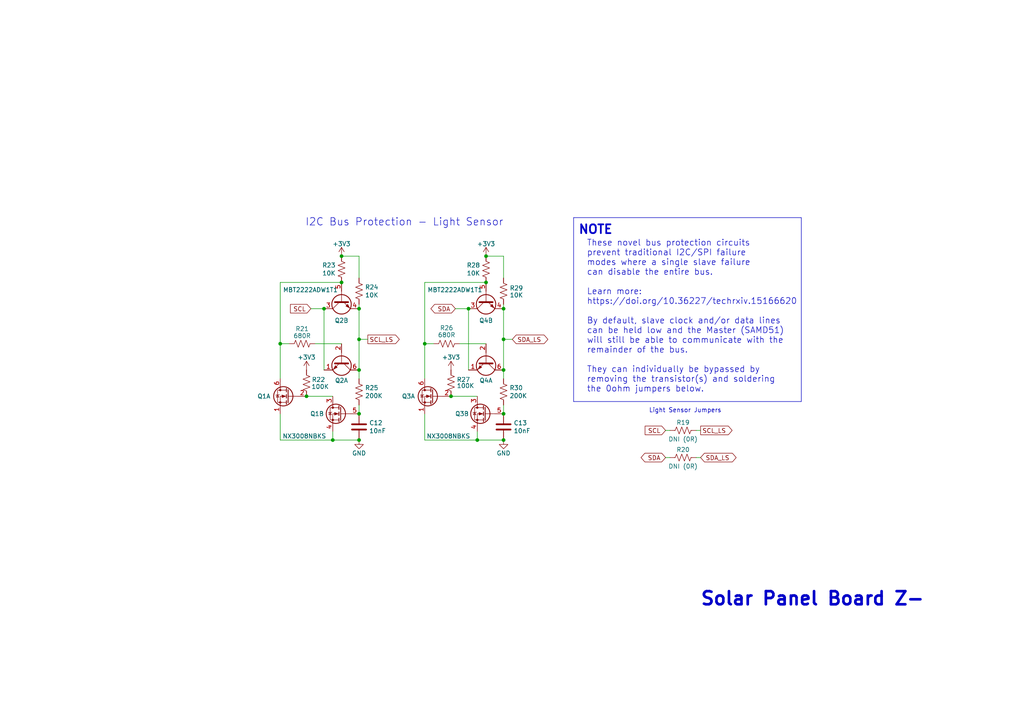
<source format=kicad_sch>
(kicad_sch (version 20230121) (generator eeschema)
  (paper "A4")
  (title_block (title "PyCubed Mini") (date "2023-06-18") (rev "B3/03") (company "REx Lab Carnegie Mellon University") (comment 1 "Z.Manchester") (comment 2 "N.Khera") (comment 3 "M.Holliday"))
  (lib_symbols
    (symbol "Device:C" (pin_numbers hide) (pin_names (offset 0.254))
      (property "Reference" "C" (at 0.635 2.54 0))
      (property "Value" "C" (at 0.635 -2.54 0))
      (symbol "C_0_1"
        (polyline (pts (xy -2.032 -0.762) (xy 2.032 -0.762)) (stroke (width 0.508)))
        (polyline (pts (xy -2.032 0.762) (xy 2.032 0.762)) (stroke (width 0.508)))
      )
      (symbol "C_1_1"
        (pin passive line (at 0 3.81 270) (length 2.794) (name "~") (number "1"))
        (pin passive line (at 0 -3.81 90) (length 2.794) (name "~") (number "2"))
      )
    )
    (symbol "Device:R_US" (pin_numbers hide) (pin_names (offset 0))
      (property "Reference" "R" (at 2.54 0 90))
      (property "Value" "R_US" (at -2.54 0 90))
      (symbol "R_US_0_1"
        (polyline (pts (xy 0 -2.286) (xy 0 -2.54)))
        (polyline (pts (xy 0 2.286) (xy 0 2.54)))
        (polyline (pts (xy 0 -0.762) (xy 1.016 -1.143) (xy 0 -1.524) (xy -1.016 -1.905) (xy 0 -2.286)))
        (polyline (pts (xy 0 0.762) (xy 1.016 0.381) (xy 0 0) (xy -1.016 -0.381) (xy 0 -0.762)))
        (polyline (pts (xy 0 2.286) (xy 1.016 1.905) (xy 0 1.524) (xy -1.016 1.143) (xy 0 0.762)))
      )
      (symbol "R_US_1_1"
        (pin passive line (at 0 3.81 270) (length 1.27) (name "~") (number "1"))
        (pin passive line (at 0 -3.81 90) (length 1.27) (name "~") (number "2"))
      )
    )
    (symbol "Transistor_BJT:MBT2222ADW1T1" (pin_names (offset 0) hide)
      (property "Reference" "Q" (at 5.08 1.27 0))
      (property "Value" "MBT2222ADW1T1" (at 5.08 -1.27 0))
      (symbol "MBT2222ADW1T1_0_1"
        (polyline (pts (xy 0.635 0) (xy -2.54 0)))
        (polyline (pts (xy 0.635 0.635) (xy 2.54 2.54)))
        (polyline (pts (xy 0.635 -0.635) (xy 2.54 -2.54) (xy 2.54 -2.54)))
        (polyline (pts (xy 0.635 1.905) (xy 0.635 -1.905) (xy 0.635 -1.905)) (stroke (width 0.508)))
        (polyline (pts (xy 1.27 -1.778) (xy 1.778 -1.27) (xy 2.286 -2.286) (xy 1.27 -1.778) (xy 1.27 -1.778)) (fill (type outline)))
        (circle (center 1.27 0) (radius 2.8194) (stroke (width 0.254)))
      )
      (symbol "MBT2222ADW1T1_1_1"
        (pin passive line (at 2.54 -5.08 90) (length 2.54) (name "E1") (number "1"))
        (pin input line (at -5.08 0 0) (length 2.54) (name "B1") (number "2"))
        (pin passive line (at 2.54 5.08 270) (length 2.54) (name "C1") (number "6"))
      )
      (symbol "MBT2222ADW1T1_2_1"
        (pin passive line (at 2.54 5.08 270) (length 2.54) (name "C2") (number "3"))
        (pin passive line (at 2.54 -5.08 90) (length 2.54) (name "E2") (number "4"))
        (pin input line (at -5.08 0 0) (length 2.54) (name "B2") (number "5"))
      )
    )
    (symbol "mainboard:NX3008NBKS" (pin_names (offset 0.762) hide)
      (property "Reference" "Q" (at 5.08 1.27 0))
      (property "Value" "NX3008NBKS" (at 5.08 -1.27 0))
      (symbol "NX3008NBKS_1_1"
        (polyline (pts (xy -1.016 0) (xy -3.81 0)))
        (polyline (pts (xy -1.016 1.905) (xy -1.016 -1.905)) (stroke (width 0.254)))
        (polyline (pts (xy -0.508 -1.27) (xy -0.508 -2.286)) (stroke (width 0.254)))
        (polyline (pts (xy -0.508 0.508) (xy -0.508 -0.508)) (stroke (width 0.254)))
        (polyline (pts (xy -0.508 2.286) (xy -0.508 1.27)) (stroke (width 0.254)))
        (polyline (pts (xy 1.27 2.54) (xy 1.27 1.778)))
        (polyline (pts (xy 1.27 -2.54) (xy 1.27 0) (xy -0.508 0)))
        (polyline (pts (xy -0.508 -1.778) (xy 2.032 -1.778) (xy 2.032 1.778) (xy -0.508 1.778)))
        (polyline (pts (xy -0.254 0) (xy 0.762 0.381) (xy 0.762 -0.381) (xy -0.254 0)) (fill (type outline)))
        (polyline (pts (xy 1.524 0.508) (xy 1.651 0.381) (xy 2.413 0.381) (xy 2.54 0.254)))
        (polyline (pts (xy 2.032 0.381) (xy 1.651 -0.254) (xy 2.413 -0.254) (xy 2.032 0.381)))
        (circle (center 0.381 0) (radius 2.794) (stroke (width 0.254)))
        (circle (center 1.27 -1.778) (radius 0.254) (fill (type outline)))
        (circle (center 1.27 1.778) (radius 0.254) (fill (type outline)))
        (pin passive line (at 1.27 -5.08 90) (length 2.54) (name "S2") (number "1"))
        (pin input line (at -6.35 0 0) (length 2.54) (name "G2") (number "2"))
        (pin passive line (at 1.27 5.08 270) (length 2.54) (name "D1") (number "6"))
      )
      (symbol "NX3008NBKS_2_1"
        (polyline (pts (xy -1.016 0) (xy -3.81 0)))
        (polyline (pts (xy -1.016 1.905) (xy -1.016 -1.905)) (stroke (width 0.254)))
        (polyline (pts (xy -0.508 -1.27) (xy -0.508 -2.286)) (stroke (width 0.254)))
        (polyline (pts (xy -0.508 0.508) (xy -0.508 -0.508)) (stroke (width 0.254)))
        (polyline (pts (xy -0.508 2.286) (xy -0.508 1.27)) (stroke (width 0.254)))
        (polyline (pts (xy 1.27 2.54) (xy 1.27 1.778)))
        (polyline (pts (xy 1.27 -2.54) (xy 1.27 0) (xy -0.508 0)))
        (polyline (pts (xy -0.508 -1.778) (xy 2.032 -1.778) (xy 2.032 1.778) (xy -0.508 1.778)))
        (polyline (pts (xy -0.254 0) (xy 0.762 0.381) (xy 0.762 -0.381) (xy -0.254 0)) (fill (type outline)))
        (polyline (pts (xy 1.524 0.508) (xy 1.651 0.381) (xy 2.413 0.381) (xy 2.54 0.254)))
        (polyline (pts (xy 2.032 0.381) (xy 1.651 -0.254) (xy 2.413 -0.254) (xy 2.032 0.381)))
        (circle (center 0.381 0) (radius 2.794) (stroke (width 0.254)))
        (circle (center 1.27 -1.778) (radius 0.254) (fill (type outline)))
        (circle (center 1.27 1.778) (radius 0.254) (fill (type outline)))
        (pin passive line (at 1.27 5.08 270) (length 2.54) (name "D2") (number "3"))
        (pin passive line (at 1.27 -5.08 90) (length 2.54) (name "S1") (number "4"))
        (pin input line (at -6.35 0 0) (length 2.54) (name "G1") (number "5"))
      )
    )
    (symbol "power:+3V3" (power) (pin_names (offset 0))
      (property "Value" "+3V3" (at 0 3.556 0))
      (symbol "+3V3_0_1"
        (polyline (pts (xy -0.762 1.27) (xy 0 2.54)))
        (polyline (pts (xy 0 0) (xy 0 2.54)))
        (polyline (pts (xy 0 2.54) (xy 0.762 1.27)))
      )
      (symbol "+3V3_1_1"
        (pin power_in line (at 0 0 90) (length 0) hide (name "+3V3") (number "1"))
      )
    )
    (symbol "power:GND" (power) (pin_names (offset 0))
      (property "Value" "GND" (at 0 -3.81 0))
      (symbol "GND_0_1"
        (polyline (pts (xy 0 0) (xy 0 -1.27) (xy 1.27 -1.27) (xy 0 -2.54) (xy -1.27 -1.27) (xy 0 -1.27)))
      )
      (symbol "GND_1_1"
        (pin power_in line (at 0 0 270) (length 0) hide (name "GND") (number "1"))
      )
    )
  )
  (junction (at 96.52 127.635))
  (junction (at 140.97 81.915))
  (junction (at 123.19 99.695))
  (junction (at 88.9 114.935))
  (junction (at 146.05 89.535))
  (junction (at 146.05 120.015))
  (junction (at 138.43 127.635))
  (junction (at 93.98 89.535))
  (junction (at 104.14 98.425))
  (junction (at 81.28 99.695))
  (junction (at 135.89 89.535))
  (junction (at 146.05 98.425))
  (junction (at 99.06 81.915))
  (junction (at 146.05 127.635))
  (junction (at 104.14 120.015))
  (junction (at 130.81 114.935))
  (junction (at 140.97 74.295))
  (junction (at 146.05 107.315))
  (junction (at 99.06 74.295))
  (junction (at 104.14 107.315))
  (junction (at 104.14 89.535))
  (junction (at 104.14 127.635))
  (wire (pts (xy 146.05 74.295) (xy 140.97 74.295)))
  (wire (pts (xy 88.9 114.935) (xy 96.52 114.935)))
  (wire (pts (xy 104.14 80.645) (xy 104.14 74.295)))
  (wire (pts (xy 146.05 107.315) (xy 146.05 98.425)))
  (wire (pts (xy 140.97 99.695) (xy 133.35 99.695)))
  (wire (pts (xy 146.05 80.645) (xy 146.05 74.295)))
  (wire (pts (xy 132.08 89.535) (xy 135.89 89.535)))
  (wire (pts (xy 123.19 120.015) (xy 123.19 127.635)))
  (wire (pts (xy 146.05 117.475) (xy 146.05 120.015)))
  (wire (pts (xy 138.43 127.635) (xy 146.05 127.635)))
  (wire (pts (xy 104.14 98.425) (xy 104.14 89.535)))
  (wire (pts (xy 81.28 99.695) (xy 83.82 99.695)))
  (wire (pts (xy 193.04 132.715) (xy 194.31 132.715)))
  (wire (pts (xy 138.43 125.095) (xy 138.43 127.635)))
  (wire (pts (xy 81.28 81.915) (xy 99.06 81.915)))
  (wire (pts (xy 90.17 89.535) (xy 93.98 89.535)))
  (wire (pts (xy 104.14 117.475) (xy 104.14 120.015)))
  (wire (pts (xy 81.28 120.015) (xy 81.28 127.635)))
  (wire (pts (xy 96.52 125.095) (xy 96.52 127.635)))
  (wire (pts (xy 104.14 109.855) (xy 104.14 107.315)))
  (wire (pts (xy 104.14 74.295) (xy 99.06 74.295)))
  (wire (pts (xy 146.05 88.265) (xy 146.05 89.535)))
  (wire (pts (xy 104.14 107.315) (xy 104.14 98.425)))
  (wire (pts (xy 93.98 89.535) (xy 93.98 107.315)))
  (wire (pts (xy 81.28 109.855) (xy 81.28 99.695)))
  (wire (pts (xy 123.19 99.695) (xy 125.73 99.695)))
  (wire (pts (xy 106.68 98.425) (xy 104.14 98.425)))
  (wire (pts (xy 203.2 124.841) (xy 201.93 124.841)))
  (wire (pts (xy 203.2 132.715) (xy 201.93 132.715)))
  (wire (pts (xy 123.19 81.915) (xy 140.97 81.915)))
  (wire (pts (xy 104.14 88.265) (xy 104.14 89.535)))
  (polyline (pts (xy 166.37 63.119) (xy 166.37 116.459)))
  (polyline (pts (xy 166.37 116.459) (xy 232.41 116.459)))
  (wire (pts (xy 193.04 124.841) (xy 194.31 124.841)))
  (wire (pts (xy 123.19 127.635) (xy 138.43 127.635)))
  (polyline (pts (xy 232.41 63.119) (xy 166.37 63.119)))
  (wire (pts (xy 123.19 109.855) (xy 123.19 99.695)))
  (wire (pts (xy 96.52 127.635) (xy 104.14 127.635)))
  (wire (pts (xy 146.05 98.425) (xy 146.05 89.535)))
  (wire (pts (xy 81.28 99.695) (xy 81.28 81.915)))
  (polyline (pts (xy 232.41 116.459) (xy 232.41 63.119)))
  (wire (pts (xy 148.59 98.425) (xy 146.05 98.425)))
  (wire (pts (xy 123.19 99.695) (xy 123.19 81.915)))
  (wire (pts (xy 81.28 127.635) (xy 96.52 127.635)))
  (wire (pts (xy 99.06 99.695) (xy 91.44 99.695)))
  (wire (pts (xy 135.89 89.535) (xy 135.89 107.315)))
  (wire (pts (xy 130.81 114.935) (xy 138.43 114.935)))
  (wire (pts (xy 146.05 109.855) (xy 146.05 107.315)))
  (text "These novel bus protection circuits\nprevent traditional I2C/SPI failure \nmodes where a single slave failure\ncan disable the entire bus.\n\nLearn more: \nhttps://doi.org/10.36227/techrxiv.15166620\n\nBy default, slave clock and/or data lines \ncan be held low and the Master (SAMD51) \nwill still be able to communicate with the \nremainder of the bus.\n\nThey can individually be bypassed by \nremoving the transistor(s) and soldering\nthe 0ohm jumpers below." (at 170.18 113.919 0) (effects (font (size 1.7526 1.7526)) (justify left bottom)))
  (text "NOTE" (at 167.64 68.199 0) (effects (font (size 2.54 2.54) (thickness 0.508) bold) (justify left bottom)))
  (text "I2C Bus Protection - Light Sensor" (at 88.519 65.786 0) (effects (font (size 2.159 2.159)) (justify left bottom)))
  (text "Solar Panel Board Z-" (at 202.946 176.022 0) (effects (font (size 3.81 3.81) (thickness 0.762) bold) (justify left bottom)))
  (text "Light Sensor Jumpers" (at 188.214 119.888 0) (effects (font (size 1.27 1.27)) (justify left bottom)))
  (global_label "SCL" (shape input) (at 193.04 124.841 180) (property "Intersheetrefs" "${INTERSHEET_REFS}" (effects hide)))
  (global_label "SCL_LS" (shape output) (at 106.68 98.425 0) (property "Intersheetrefs" "${INTERSHEET_REFS}" (effects hide)))
  (global_label "SDA_LS" (shape bidirectional) (at 148.59 98.425 0) (property "Intersheetrefs" "${INTERSHEET_REFS}" (effects hide)))
  (global_label "SDA" (shape bidirectional) (at 132.08 89.535 180) (property "Intersheetrefs" "${INTERSHEET_REFS}" (effects hide)))
  (global_label "SDA_LS" (shape bidirectional) (at 203.2 132.715 0) (property "Intersheetrefs" "${INTERSHEET_REFS}" (effects hide)))
  (global_label "SCL_LS" (shape output) (at 203.2 124.841 0) (property "Intersheetrefs" "${INTERSHEET_REFS}" (effects hide)))
  (global_label "SDA" (shape bidirectional) (at 193.04 132.715 180) (property "Intersheetrefs" "${INTERSHEET_REFS}" (effects hide)))
  (global_label "SCL" (shape input) (at 90.17 89.535 180) (property "Intersheetrefs" "${INTERSHEET_REFS}" (effects hide)))
  (symbol (lib_id "mainboard:NX3008NBKS") (at 82.55 114.935 0) (mirror y) (unit 1)
    (property "Reference" "Q1" (at 78.486 114.935 0) (effects (justify left)))
    (property "Value" "NX3008NBKS" (at 94.615 126.492 0) (effects (justify left)))
    (property "Footprint" "Package_TO_SOT_SMD:SOT-363_SC-70-6" (effects hide))
    (property "Datasheet" "https://assets.nexperia.com/documents/data-sheet/NX3008NBKS.pdf" (effects hide))
    (property "Description" "Dual N-Channel MOSFET - 2NMOS" (effects hide))
    (property "Flight" "BSS138DWQ-7" (effects hide))
    (property "Manufacturer_Name" "Nexperia USA Inc." (effects hide))
    (property "Manufacturer_Part_Number" "NX3008NBKS" (effects hide))
  )
  (symbol (lib_id "Device:R_US") (at 104.14 113.665 0) (unit 1)
    (property "Reference" "R25" (at 105.8672 112.4966 0) (effects (justify left)))
    (property "Value" "200K" (at 105.8672 114.808 0) (effects (justify left)))
    (property "Footprint" "Resistor_SMD:R_0603_1608Metric" (effects hide))
    (property "Description" "200K 0603" (effects hide))
  )
  (symbol (lib_id "power:+3V3") (at 130.81 107.315 0) (unit 1)
    (property "Reference" "#PWR0111" (effects hide))
    (property "Value" "+3V3" (at 130.81 103.632 0))
    (instances (project "Solar-Panel-Z-" (path "" (reference "#PWR0111") (unit 1)) (path "" (reference "#PWR016") (unit 1))))
  )
  (symbol (lib_id "power:+3V3") (at 99.06 74.295 0) (unit 1)
    (property "Reference" "#PWR0107" (effects hide))
    (property "Value" "+3V3" (at 99.06 70.739 0))
    (instances (project "Solar-Panel-Z-" (path "" (reference "#PWR0107") (unit 1)) (path "" (reference "#PWR013") (unit 1))))
  )
  (symbol (lib_id "power:+3V3") (at 140.97 74.295 0) (unit 1)
    (property "Reference" "#PWR0106" (effects hide))
    (property "Value" "+3V3" (at 140.97 70.739 0))
    (instances (project "Solar-Panel-Z-" (path "" (reference "#PWR0106") (unit 1)) (path "" (reference "#PWR017") (unit 1))))
  )
  (symbol (lib_id "Device:R_US") (at 99.06 78.105 0) (unit 1)
    (property "Reference" "R23" (at 97.3582 76.9366 0) (effects (justify right)))
    (property "Value" "10K" (at 97.3582 79.248 0) (effects (justify right)))
    (property "Footprint" "Resistor_SMD:R_0603_1608Metric" (effects hide))
    (property "Description" "10K 0603" (effects hide))
  )
  (symbol (lib_id "Transistor_BJT:MBT2222ADW1T1") (at 140.97 104.775 270) (unit 1)
    (property "Reference" "Q4" (at 140.97 110.363 90))
    (property "Value" "MBT2222ADW1T1" (effects hide))
    (property "Footprint" "Package_TO_SOT_SMD:SOT-363_SC-70-6" (effects hide))
    (property "Datasheet" "http://www.onsemi.com/pub_link/Collateral/MBT2222ADW1T1-D.PDF" (effects hide))
    (property "Description" "Dual NPN BJT - 2NPN" (effects hide))
    (property "Flight" "MBT2222ADW1T1G" (effects hide))
    (property "Manufacturer_Name" "ON Semiconductor" (effects hide))
    (property "Manufacturer_Part_Number" "MBT2222ADW1T1G" (effects hide))
    (property "Proto" "MBT2222ADW1T1G" (effects hide))
  )
  (symbol (lib_id "Device:C") (at 146.05 123.825 0) (unit 1)
    (property "Reference" "C13" (at 148.971 122.682 0) (effects (justify left)))
    (property "Value" "10nF" (at 148.971 124.968 0) (effects (justify left)))
    (property "Footprint" "Capacitor_SMD:C_0603_1608Metric" (effects hide))
    (property "Description" "10nF +-10% 50V X7R" (effects hide))
  )
  (symbol (lib_id "Device:R_US") (at 130.81 111.125 0) (unit 1)
    (property "Reference" "R27" (at 132.461 110.109 0) (effects (justify left)))
    (property "Value" "100K" (at 132.461 111.887 0) (effects (justify left)))
    (property "Footprint" "Resistor_SMD:R_0603_1608Metric" (effects hide))
    (property "Description" "100K 0603" (effects hide))
  )
  (symbol (lib_id "Device:R_US") (at 198.12 132.715 270) (unit 1)
    (property "Reference" "R20" (at 198.12 130.429 90))
    (property "Value" "DNI (0R)" (at 198.12 135.255 90))
    (property "Footprint" "Resistor_SMD:R_0603_1608Metric" (effects hide))
    (property "DNI" "DNI" (effects hide))
    (property "Description" "0 0603" (effects hide))
  )
  (symbol (lib_id "mainboard:NX3008NBKS") (at 139.7 120.015 0) (mirror y) (unit 2)
    (property "Reference" "Q3" (at 136.017 120.015 0) (effects (justify left)))
    (property "Value" "NX3008NBKS" (effects hide))
    (property "Footprint" "Package_TO_SOT_SMD:SOT-363_SC-70-6" (effects hide))
    (property "Datasheet" "https://assets.nexperia.com/documents/data-sheet/NX3008NBKS.pdf" (effects hide))
    (property "Description" "Dual N-Channel MOSFET - 2NMOS" (effects hide))
    (property "Manufacturer_Name" "Nexperia USA Inc." (effects hide))
    (property "Manufacturer_Part_Number" "NX3008NBKS" (effects hide))
  )
  (symbol (lib_id "Transistor_BJT:MBT2222ADW1T1") (at 99.06 86.995 90) (mirror x) (unit 2)
    (property "Reference" "Q2" (at 99.06 92.964 90))
    (property "Value" "MBT2222ADW1T1" (at 90.043 84.074 90))
    (property "Footprint" "Package_TO_SOT_SMD:SOT-363_SC-70-6" (effects hide))
    (property "Datasheet" "http://www.onsemi.com/pub_link/Collateral/MBT2222ADW1T1-D.PDF" (effects hide))
    (property "Description" "Dual NPN BJT - 2NPN" (effects hide))
    (property "Flight" "MBT2222ADW1T1G" (effects hide))
    (property "Manufacturer_Name" "ON Semiconductor" (effects hide))
    (property "Manufacturer_Part_Number" "MBT2222ADW1T1G" (effects hide))
    (property "Proto" "MBT2222ADW1T1G" (effects hide))
  )
  (symbol (lib_id "mainboard:NX3008NBKS") (at 124.46 114.935 0) (mirror y) (unit 1)
    (property "Reference" "Q3" (at 120.396 114.935 0) (effects (justify left)))
    (property "Value" "NX3008NBKS" (at 136.398 126.492 0) (effects (justify left)))
    (property "Footprint" "Package_TO_SOT_SMD:SOT-363_SC-70-6" (effects hide))
    (property "Datasheet" "https://assets.nexperia.com/documents/data-sheet/NX3008NBKS.pdf" (effects hide))
    (property "Description" "Dual N-Channel MOSFET - 2NMOS" (effects hide))
    (property "Manufacturer_Name" "Nexperia USA Inc." (effects hide))
    (property "Manufacturer_Part_Number" "NX3008NBKS" (effects hide))
  )
  (symbol (lib_id "Device:R_US") (at 87.63 99.695 270) (unit 1)
    (property "Reference" "R21" (at 87.63 95.377 90))
    (property "Value" "680R" (at 87.63 97.409 90))
    (property "Footprint" "Resistor_SMD:R_0603_1608Metric" (effects hide))
    (property "Description" "680 0603" (effects hide))
  )
  (symbol (lib_id "Device:R_US") (at 146.05 84.455 0) (unit 1)
    (property "Reference" "R29" (at 147.828 83.566 0) (effects (justify left)))
    (property "Value" "10K" (at 147.828 85.598 0) (effects (justify left)))
    (property "Footprint" "Resistor_SMD:R_0603_1608Metric" (effects hide))
    (property "Description" "10K 0603" (effects hide))
  )
  (symbol (lib_id "mainboard:NX3008NBKS") (at 97.79 120.015 0) (mirror y) (unit 2)
    (property "Reference" "Q1" (at 93.98 120.015 0) (effects (justify left)))
    (property "Value" "NX3008NBKS" (effects hide))
    (property "Footprint" "Package_TO_SOT_SMD:SOT-363_SC-70-6" (effects hide))
    (property "Datasheet" "https://assets.nexperia.com/documents/data-sheet/NX3008NBKS.pdf" (effects hide))
    (property "Description" "Dual N-Channel MOSFET - 2NMOS" (effects hide))
    (property "Flight" "BSS138DWQ-7" (effects hide))
    (property "Manufacturer_Name" "Nexperia USA Inc." (effects hide))
    (property "Manufacturer_Part_Number" "NX3008NBKS" (effects hide))
  )
  (symbol (lib_id "power:GND") (at 146.05 127.635 0) (unit 1)
    (property "Reference" "#PWR0110" (effects hide))
    (property "Value" "GND" (at 146.05 131.445 0))
    (instances (project "Solar-Panel-Z-" (path "" (reference "#PWR0110") (unit 1)) (path "" (reference "#PWR018") (unit 1))))
  )
  (symbol (lib_id "power:GND") (at 104.14 127.635 0) (unit 1)
    (property "Reference" "#PWR0109" (effects hide))
    (property "Value" "GND" (at 104.14 131.445 0))
    (instances (project "Solar-Panel-Z-" (path "" (reference "#PWR0109") (unit 1)) (path "" (reference "#PWR014") (unit 1))))
  )
  (symbol (lib_id "Device:C") (at 104.14 123.825 0) (unit 1)
    (property "Reference" "C12" (at 107.061 122.6566 0) (effects (justify left)))
    (property "Value" "10nF" (at 107.061 124.968 0) (effects (justify left)))
    (property "Footprint" "Capacitor_SMD:C_0603_1608Metric" (effects hide))
    (property "Description" "10nF +-10% 50V X7R" (effects hide))
  )
  (symbol (lib_id "Transistor_BJT:MBT2222ADW1T1") (at 99.06 104.775 270) (unit 1)
    (property "Reference" "Q2" (at 99.06 110.363 90))
    (property "Value" "MBT2222ADW1T1" (effects hide))
    (property "Footprint" "Package_TO_SOT_SMD:SOT-363_SC-70-6" (effects hide))
    (property "Datasheet" "http://www.onsemi.com/pub_link/Collateral/MBT2222ADW1T1-D.PDF" (effects hide))
    (property "Description" "Dual NPN BJT - 2NPN" (effects hide))
    (property "Flight" "MBT2222ADW1T1G" (effects hide))
    (property "Manufacturer_Name" "ON Semiconductor" (effects hide))
    (property "Manufacturer_Part_Number" "MBT2222ADW1T1G" (effects hide))
    (property "Proto" "MBT2222ADW1T1G" (effects hide))
  )
  (symbol (lib_id "Device:R_US") (at 146.05 113.665 0) (unit 1)
    (property "Reference" "R30" (at 147.7772 112.4966 0) (effects (justify left)))
    (property "Value" "200K" (at 147.7772 114.808 0) (effects (justify left)))
    (property "Footprint" "Resistor_SMD:R_0603_1608Metric" (effects hide))
    (property "Description" "200K 0603" (effects hide))
  )
  (symbol (lib_id "Device:R_US") (at 129.54 99.695 270) (unit 1)
    (property "Reference" "R26" (at 129.54 95.123 90))
    (property "Value" "680R" (at 129.54 97.155 90))
    (property "Footprint" "Resistor_SMD:R_0603_1608Metric" (effects hide))
    (property "Description" "680 0603" (effects hide))
  )
  (symbol (lib_id "power:+3V3") (at 88.9 107.315 0) (unit 1)
    (property "Reference" "#PWR0108" (effects hide))
    (property "Value" "+3V3" (at 88.9 103.632 0))
    (instances (project "Solar-Panel-Z-" (path "" (reference "#PWR0108") (unit 1)) (path "" (reference "#PWR012") (unit 1))))
  )
  (symbol (lib_id "Device:R_US") (at 104.14 84.455 0) (unit 1)
    (property "Reference" "R24" (at 105.8672 83.2866 0) (effects (justify left)))
    (property "Value" "10K" (at 105.8672 85.598 0) (effects (justify left)))
    (property "Footprint" "Resistor_SMD:R_0603_1608Metric" (effects hide))
    (property "Description" "10K 0603" (effects hide))
  )
  (symbol (lib_id "Device:R_US") (at 140.97 78.105 0) (unit 1)
    (property "Reference" "R28" (at 139.2682 76.9366 0) (effects (justify right)))
    (property "Value" "10K" (at 139.2682 79.248 0) (effects (justify right)))
    (property "Footprint" "Resistor_SMD:R_0603_1608Metric" (effects hide))
    (property "Description" "10K 0603" (effects hide))
  )
  (symbol (lib_id "Transistor_BJT:MBT2222ADW1T1") (at 140.97 86.995 90) (mirror x) (unit 2)
    (property "Reference" "Q4" (at 140.97 92.964 90))
    (property "Value" "MBT2222ADW1T1" (at 131.953 84.074 90))
    (property "Footprint" "Package_TO_SOT_SMD:SOT-363_SC-70-6" (effects hide))
    (property "Datasheet" "http://www.onsemi.com/pub_link/Collateral/MBT2222ADW1T1-D.PDF" (effects hide))
    (property "Description" "Dual NPN BJT - 2NPN" (effects hide))
    (property "Flight" "MBT2222ADW1T1G" (effects hide))
    (property "Manufacturer_Name" "ON Semiconductor" (effects hide))
    (property "Manufacturer_Part_Number" "MBT2222ADW1T1G" (effects hide))
    (property "Proto" "MBT2222ADW1T1G" (effects hide))
  )
  (symbol (lib_id "Device:R_US") (at 198.12 124.841 270) (unit 1)
    (property "Reference" "R19" (at 198.12 122.555 90))
    (property "Value" "DNI (0R)" (at 198.12 127.381 90))
    (property "Footprint" "Resistor_SMD:R_0603_1608Metric" (effects hide))
    (property "DNI" "DNI" (effects hide))
    (property "Description" "0 0603" (effects hide))
  )
  (symbol (lib_id "Device:R_US") (at 88.9 111.125 0) (unit 1)
    (property "Reference" "R22" (at 90.424 110.109 0) (effects (justify left)))
    (property "Value" "100K" (at 90.297 112.141 0) (effects (justify left)))
    (property "Footprint" "Resistor_SMD:R_0603_1608Metric" (effects hide))
    (property "Description" "100K 0603" (effects hide))
  )
)
</source>
